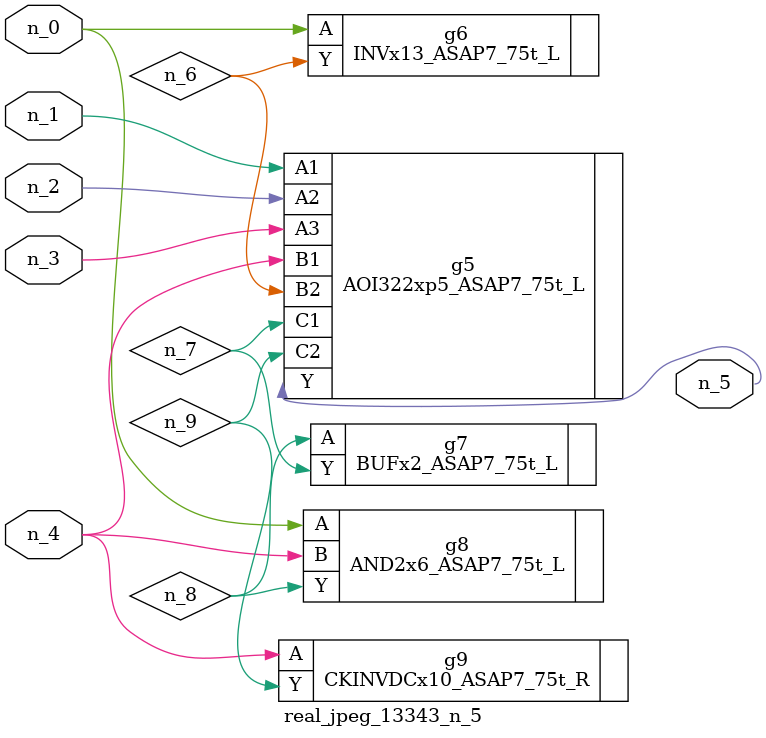
<source format=v>
module real_jpeg_13343_n_5 (n_4, n_0, n_1, n_2, n_3, n_5);

input n_4;
input n_0;
input n_1;
input n_2;
input n_3;

output n_5;

wire n_8;
wire n_6;
wire n_7;
wire n_9;

INVx13_ASAP7_75t_L g6 ( 
.A(n_0),
.Y(n_6)
);

AND2x6_ASAP7_75t_L g8 ( 
.A(n_0),
.B(n_4),
.Y(n_8)
);

AOI322xp5_ASAP7_75t_L g5 ( 
.A1(n_1),
.A2(n_2),
.A3(n_3),
.B1(n_4),
.B2(n_6),
.C1(n_7),
.C2(n_9),
.Y(n_5)
);

CKINVDCx10_ASAP7_75t_R g9 ( 
.A(n_4),
.Y(n_9)
);

BUFx2_ASAP7_75t_L g7 ( 
.A(n_8),
.Y(n_7)
);


endmodule
</source>
